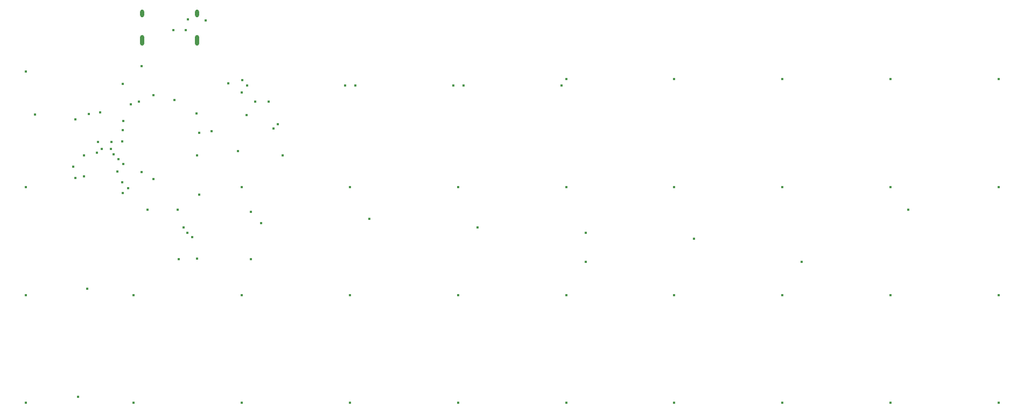
<source format=gbr>
%TF.GenerationSoftware,KiCad,Pcbnew,(6.0.4-0)*%
%TF.CreationDate,2023-02-28T22:46:07-06:00*%
%TF.ProjectId,bancouver40_cfx,62616e63-6f75-4766-9572-34305f636678,rev?*%
%TF.SameCoordinates,Original*%
%TF.FileFunction,Plated,1,2,PTH,Mixed*%
%TF.FilePolarity,Positive*%
%FSLAX46Y46*%
G04 Gerber Fmt 4.6, Leading zero omitted, Abs format (unit mm)*
G04 Created by KiCad (PCBNEW (6.0.4-0)) date 2023-02-28 22:46:07*
%MOMM*%
%LPD*%
G01*
G04 APERTURE LIST*
%TA.AperFunction,ViaDrill*%
%ADD10C,0.400000*%
%TD*%
G04 aperture for slot hole*
%TA.AperFunction,ComponentDrill*%
%ADD11O,0.600000X1.200000*%
%TD*%
G04 aperture for slot hole*
%TA.AperFunction,ComponentDrill*%
%ADD12O,0.600000X1.700000*%
%TD*%
G04 APERTURE END LIST*
D10*
X88541625Y-43208313D03*
X88541625Y-60208305D03*
X88541625Y-77208297D03*
X88600000Y-25000000D03*
X90000442Y-31800442D03*
X95984531Y-40026225D03*
X96333288Y-32583318D03*
X96333288Y-41791647D03*
X96792101Y-76250444D03*
X97749954Y-38249982D03*
X97749954Y-41574981D03*
X98208767Y-59250452D03*
X98462701Y-31737299D03*
X99735416Y-37812187D03*
X99874953Y-36124983D03*
X100262268Y-31487670D03*
X100525500Y-37200000D03*
X101974500Y-37200000D03*
X101999952Y-36124983D03*
X102397256Y-38105693D03*
X103000000Y-40800000D03*
X103104011Y-38812449D03*
X103703597Y-36061495D03*
X103705378Y-42494622D03*
X103800000Y-27000000D03*
X103800000Y-34224500D03*
X103800000Y-44200000D03*
X103887548Y-39595985D03*
X103900000Y-32775500D03*
X104626176Y-43415420D03*
X105049454Y-30220001D03*
X105541617Y-60208305D03*
X105541617Y-77208297D03*
X106356406Y-29790789D03*
X106760000Y-24220000D03*
X106800000Y-40885500D03*
X107666616Y-46749978D03*
X108599945Y-28775500D03*
X108600000Y-42000000D03*
X111750000Y-18500000D03*
X111938982Y-29500000D03*
X112425408Y-46749978D03*
X112624947Y-54541641D03*
X113400000Y-49600000D03*
X113750000Y-18500000D03*
X113954424Y-50431636D03*
X114041613Y-16775500D03*
X114749946Y-51131136D03*
X115400000Y-31614500D03*
X115458279Y-54463285D03*
X115474446Y-38249982D03*
X115800000Y-44400000D03*
X115838365Y-34638365D03*
X116874945Y-16999992D03*
X117760089Y-34400000D03*
X120416610Y-26916654D03*
X121934486Y-37521348D03*
X122541609Y-28333320D03*
X122541609Y-43208313D03*
X122541609Y-60208305D03*
X122541609Y-77208297D03*
X122600000Y-26400000D03*
X123249942Y-31874985D03*
X123400000Y-27200000D03*
X123958275Y-47100980D03*
X123958275Y-54541641D03*
X124666608Y-29749986D03*
X125600000Y-48899500D03*
X126791607Y-29749986D03*
X127499940Y-33999984D03*
X128208273Y-33291651D03*
X128916606Y-38249982D03*
X138800000Y-27200000D03*
X139541601Y-43208313D03*
X139541601Y-60208305D03*
X139541601Y-77208297D03*
X140400000Y-27200000D03*
X142600000Y-48200000D03*
X155800000Y-27200000D03*
X156541593Y-43208313D03*
X156541593Y-60208305D03*
X156541593Y-77208297D03*
X157400000Y-27200000D03*
X159600000Y-49600000D03*
X172800000Y-27200000D03*
X173541585Y-26208321D03*
X173541585Y-43208313D03*
X173541585Y-60208305D03*
X173541585Y-77208297D03*
X176599913Y-55024978D03*
X176600000Y-50400000D03*
X190541577Y-26208321D03*
X190541577Y-43208313D03*
X190541577Y-60208305D03*
X190541577Y-77208297D03*
X193600000Y-51400000D03*
X207541569Y-26208321D03*
X207541569Y-43208313D03*
X207541569Y-60208305D03*
X207541569Y-77208297D03*
X210599897Y-55024978D03*
X224541561Y-26208321D03*
X224541561Y-43208313D03*
X224541561Y-60208305D03*
X224541561Y-77208297D03*
X227374893Y-46749978D03*
X241541553Y-26208321D03*
X241541553Y-43208313D03*
X241541553Y-60208305D03*
X241541553Y-77208297D03*
D11*
%TO.C,J1*%
X106888281Y-15924992D03*
D12*
X106888281Y-20104992D03*
D11*
X115528281Y-15924992D03*
D12*
X115528281Y-20104992D03*
M02*

</source>
